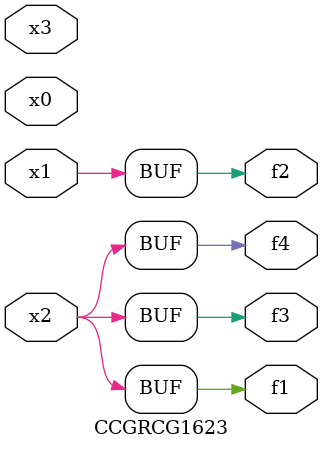
<source format=v>
module CCGRCG1623(
	input x0, x1, x2, x3,
	output f1, f2, f3, f4
);
	assign f1 = x2;
	assign f2 = x1;
	assign f3 = x2;
	assign f4 = x2;
endmodule

</source>
